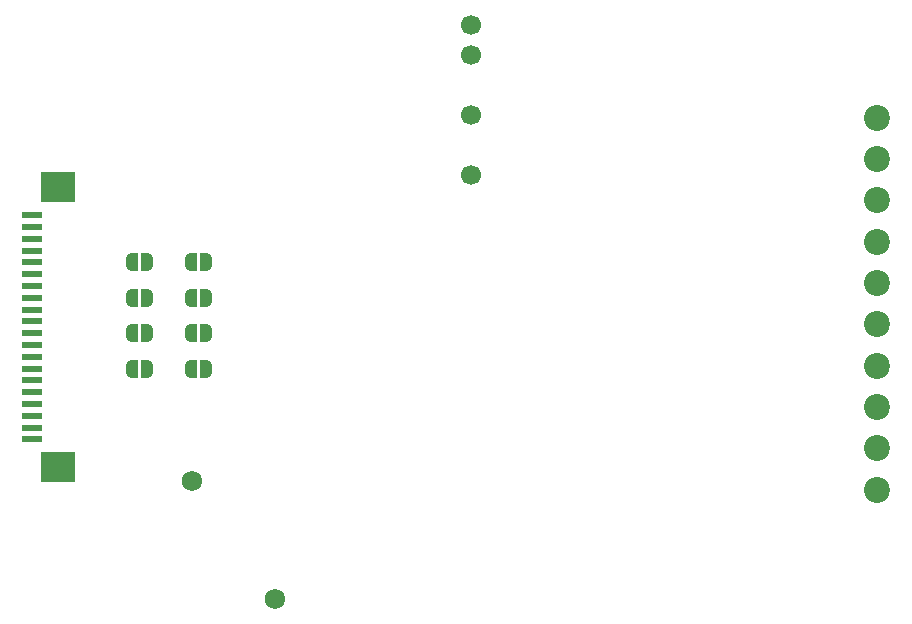
<source format=gbr>
%TF.GenerationSoftware,KiCad,Pcbnew,9.0.3*%
%TF.CreationDate,2025-07-19T20:22:36+03:00*%
%TF.ProjectId,PMCNV-AI4T,504d434e-562d-4414-9934-542e6b696361,rev?*%
%TF.SameCoordinates,Original*%
%TF.FileFunction,Soldermask,Bot*%
%TF.FilePolarity,Negative*%
%FSLAX46Y46*%
G04 Gerber Fmt 4.6, Leading zero omitted, Abs format (unit mm)*
G04 Created by KiCad (PCBNEW 9.0.3) date 2025-07-19 20:22:36*
%MOMM*%
%LPD*%
G01*
G04 APERTURE LIST*
G04 Aperture macros list*
%AMFreePoly0*
4,1,23,0.500000,-0.750000,0.000000,-0.750000,0.000000,-0.745722,-0.065263,-0.745722,-0.191342,-0.711940,-0.304381,-0.646677,-0.396677,-0.554381,-0.461940,-0.441342,-0.495722,-0.315263,-0.495722,-0.250000,-0.500000,-0.250000,-0.500000,0.250000,-0.495722,0.250000,-0.495722,0.315263,-0.461940,0.441342,-0.396677,0.554381,-0.304381,0.646677,-0.191342,0.711940,-0.065263,0.745722,0.000000,0.745722,
0.000000,0.750000,0.500000,0.750000,0.500000,-0.750000,0.500000,-0.750000,$1*%
%AMFreePoly1*
4,1,23,0.000000,0.745722,0.065263,0.745722,0.191342,0.711940,0.304381,0.646677,0.396677,0.554381,0.461940,0.441342,0.495722,0.315263,0.495722,0.250000,0.500000,0.250000,0.500000,-0.250000,0.495722,-0.250000,0.495722,-0.315263,0.461940,-0.441342,0.396677,-0.554381,0.304381,-0.646677,0.191342,-0.711940,0.065263,-0.745722,0.000000,-0.745722,0.000000,-0.750000,-0.500000,-0.750000,
-0.500000,0.750000,0.000000,0.750000,0.000000,0.745722,0.000000,0.745722,$1*%
G04 Aperture macros list end*
%ADD10C,1.725000*%
%ADD11C,1.700000*%
%ADD12C,2.200000*%
%ADD13FreePoly0,0.000000*%
%ADD14FreePoly1,0.000000*%
%ADD15R,1.800000X0.600000*%
%ADD16R,3.000000X2.600000*%
G04 APERTURE END LIST*
D10*
%TO.C,U4*%
X-23000000Y7000000D03*
%TD*%
D11*
%TO.C,PS1*%
X625000Y45615000D03*
X625000Y43075000D03*
X625000Y37995000D03*
X625000Y32915000D03*
%TD*%
D12*
%TO.C,J1*%
X35000000Y6250000D03*
X35000000Y9750000D03*
X35000000Y13250000D03*
X35000000Y16750000D03*
X35000000Y20250000D03*
X35000000Y23750000D03*
X35000000Y27250000D03*
X35000000Y30750000D03*
X35000000Y34250000D03*
X35000000Y37750000D03*
%TD*%
D10*
%TO.C,U5*%
X-16000000Y-3000000D03*
%TD*%
D13*
%TO.C,JP6*%
X-23150000Y22500000D03*
D14*
X-21850000Y22500000D03*
%TD*%
D13*
%TO.C,JP8*%
X-23150000Y16500000D03*
D14*
X-21850000Y16500000D03*
%TD*%
D15*
%TO.C,JM2*%
X-36546000Y29500000D03*
X-36546000Y28500000D03*
X-36546000Y27500000D03*
X-36546000Y26500000D03*
X-36546000Y25500000D03*
X-36546000Y24500000D03*
X-36546000Y23500000D03*
X-36546000Y22500000D03*
X-36546000Y21500000D03*
X-36546000Y20500000D03*
X-36546000Y19500000D03*
X-36546000Y18500000D03*
X-36546000Y17500000D03*
X-36546000Y16500000D03*
X-36546000Y15500000D03*
X-36546000Y14500000D03*
X-36546000Y13500000D03*
X-36546000Y12500000D03*
X-36546000Y11500000D03*
X-36546000Y10500000D03*
D16*
X-34375000Y31850000D03*
X-34375000Y8150000D03*
%TD*%
D13*
%TO.C,JP5*%
X-23150000Y25500000D03*
D14*
X-21850000Y25500000D03*
%TD*%
D13*
%TO.C,JP1*%
X-28150000Y25500000D03*
D14*
X-26850000Y25500000D03*
%TD*%
D13*
%TO.C,JP7*%
X-23150000Y19500000D03*
D14*
X-21850000Y19500000D03*
%TD*%
D13*
%TO.C,JP3*%
X-28150000Y19500000D03*
D14*
X-26850000Y19500000D03*
%TD*%
D13*
%TO.C,JP2*%
X-28150000Y22500000D03*
D14*
X-26850000Y22500000D03*
%TD*%
D13*
%TO.C,JP4*%
X-28150000Y16500000D03*
D14*
X-26850000Y16500000D03*
%TD*%
M02*

</source>
